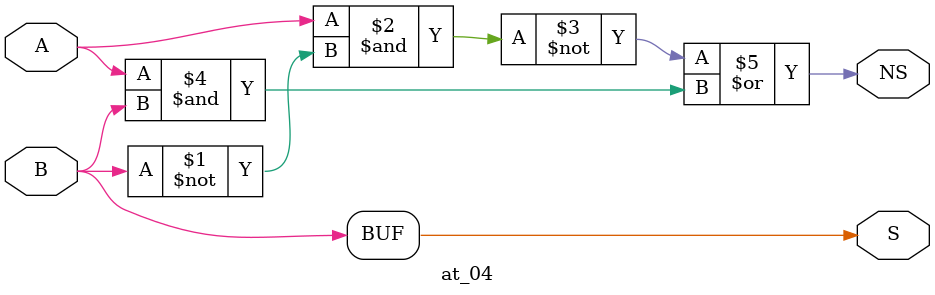
<source format=v>
module at_04(
    input A, B,
    output NS, S
);

assign NS = ~(A & ~B) | (A & B); //~A & B
assign S = B;
    
endmodule
</source>
